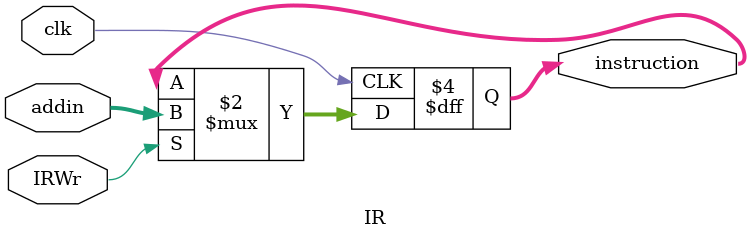
<source format=v>
module IR(instruction, IRWr, addin, clk);
  input IRWr;
  input [31:0]addin;
  input clk;
  output reg[31:0]instruction;
  always@(negedge clk)
  begin
    if (IRWr) instruction <= addin;
  end
endmodule
</source>
